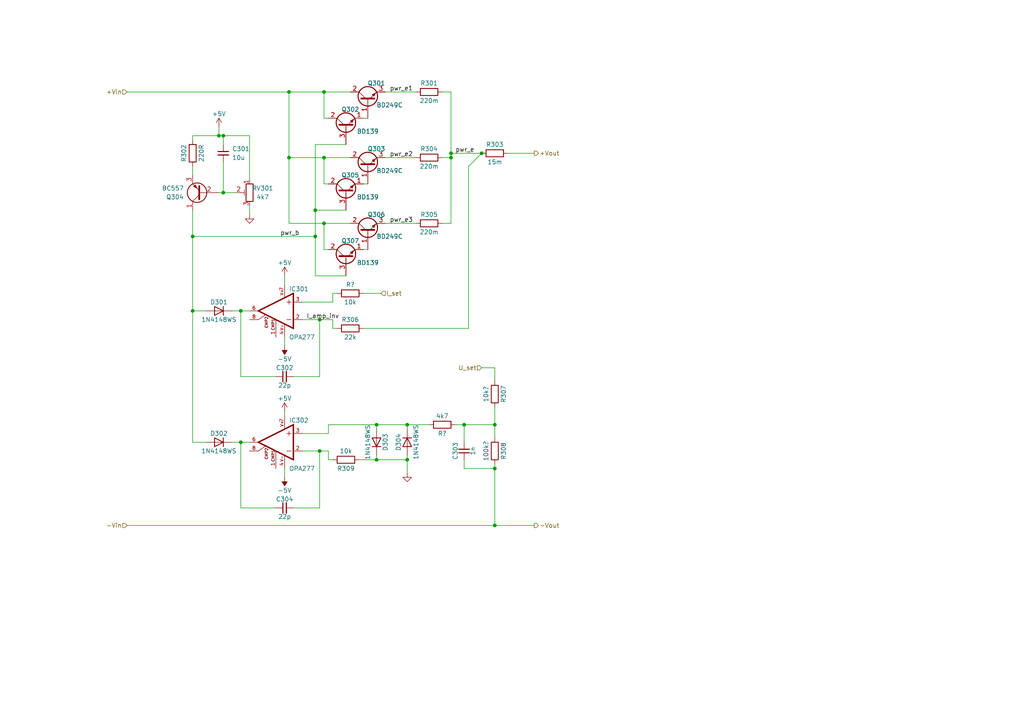
<source format=kicad_sch>
(kicad_sch (version 20211123) (generator eeschema)
  (paper "A4")
  (lib_symbols
    (symbol "Device:C_Small" (pin_numbers hide) (pin_names (offset 0.254) hide)
      (property "Reference" "C" (at 0.254 1.778 0))
      (property "Value" "C_Small" (at 0.254 -2.032 0))
      (symbol "C_Small_0_1"
        (polyline (pts (xy -1.524 -0.508) (xy 1.524 -0.508)) (stroke (width 0.3302)))
        (polyline (pts (xy -1.524 0.508) (xy 1.524 0.508)) (stroke (width 0.3048)))
      )
      (symbol "C_Small_1_1"
        (pin passive line (at 0 2.54 270) (length 2.032) (name "~") (number "1"))
        (pin passive line (at 0 -2.54 90) (length 2.032) (name "~") (number "2"))
      )
    )
    (symbol "Device:R" (pin_numbers hide) (pin_names (offset 0))
      (property "Reference" "R" (at 2.032 0 90))
      (property "Value" "R" (at 0 0 90))
      (symbol "R_0_1"
        (rectangle (start -1.016 -2.54) (end 1.016 2.54) (stroke (width 0.254)))
      )
      (symbol "R_1_1"
        (pin passive line (at 0 3.81 270) (length 1.27) (name "~") (number "1"))
        (pin passive line (at 0 -3.81 90) (length 1.27) (name "~") (number "2"))
      )
    )
    (symbol "Device:R_Potentiometer_Trim" (pin_names (offset 1.016) hide)
      (property "Reference" "RV" (at -4.445 0 90))
      (property "Value" "R_Potentiometer_Trim" (at -2.54 0 90))
      (symbol "R_Potentiometer_Trim_0_1"
        (polyline (pts (xy 1.524 0.762) (xy 1.524 -0.762)))
        (polyline (pts (xy 2.54 0) (xy 1.524 0)))
        (rectangle (start 1.016 2.54) (end -1.016 -2.54) (stroke (width 0.254)))
      )
      (symbol "R_Potentiometer_Trim_1_1"
        (pin passive line (at 0 3.81 270) (length 1.27) (name "1") (number "1"))
        (pin passive line (at 3.81 0 180) (length 1.27) (name "2") (number "2"))
        (pin passive line (at 0 -3.81 90) (length 1.27) (name "3") (number "3"))
      )
    )
    (symbol "Diode:1N4148WS" (pin_numbers hide) (pin_names hide)
      (property "Reference" "D" (at 0 2.54 0))
      (property "Value" "1N4148WS" (at 0 -2.54 0))
      (symbol "1N4148WS_0_1"
        (polyline (pts (xy -1.27 1.27) (xy -1.27 -1.27)) (stroke (width 0.254)))
        (polyline (pts (xy 1.27 0) (xy -1.27 0)))
        (polyline (pts (xy 1.27 1.27) (xy 1.27 -1.27) (xy -1.27 0) (xy 1.27 1.27)) (stroke (width 0.254)))
      )
      (symbol "1N4148WS_1_1"
        (pin passive line (at -3.81 0 0) (length 2.54) (name "K") (number "1"))
        (pin passive line (at 3.81 0 180) (length 2.54) (name "A") (number "2"))
      )
    )
    (symbol "OPA277:OPA277" (pin_names (offset 1.016))
      (property "Reference" "IC" (at 2.54 3.175 0))
      (property "Value" "OPA277" (at 2.54 -7.62 0))
      (symbol "OPA277_0_0"
        (polyline (pts (xy -5.08 -5.08) (xy 5.08 0)) (stroke (width 0.4064)))
        (polyline (pts (xy -5.08 5.08) (xy -5.08 -5.08)) (stroke (width 0.4064)))
        (polyline (pts (xy -4.445 -2.54) (xy -3.175 -2.54)) (stroke (width 0.1524)))
        (polyline (pts (xy -4.445 2.54) (xy -3.175 2.54)) (stroke (width 0.1524)))
        (polyline (pts (xy -3.81 3.175) (xy -3.81 1.905)) (stroke (width 0.1524)))
        (polyline (pts (xy -2.54 -3.8862) (xy -2.54 -5.08)) (stroke (width 0.1524)))
        (polyline (pts (xy -2.54 5.08) (xy -2.54 3.8862)) (stroke (width 0.1524)))
        (polyline (pts (xy 0 -2.6162) (xy 0 -5.08)) (stroke (width 0.1524)))
        (polyline (pts (xy 5.08 -2.54) (xy 3.0226 -1.1176)) (stroke (width 0.1524)))
        (polyline (pts (xy 5.08 0) (xy -5.08 5.08)) (stroke (width 0.4064)))
        (text "CMP1" (at 1.27 -5.715 900) (effects (font (size 0.8128 0.8128)) (justify left bottom)))
        (text "CMP2" (at 3.175 -5.08 900) (effects (font (size 0.8128 0.8128)) (justify left bottom)))
        (text "V+" (at -1.27 4.445 900) (effects (font (size 0.8128 0.8128)) (justify left bottom)))
        (text "V-" (at -1.27 -5.715 900) (effects (font (size 0.8128 0.8128)) (justify left bottom)))
        (pin passive line (at 0 -7.62 90) (length 2.54) (name "~") (number "1"))
        (pin input line (at -7.62 -2.54 0) (length 2.54) (name "~") (number "2"))
        (pin input line (at -7.62 2.54 0) (length 2.54) (name "~") (number "3"))
        (pin power_in line (at -2.54 -7.62 90) (length 2.54) (name "~") (number "4"))
        (pin output line (at 7.62 0 180) (length 2.54) (name "~") (number "6"))
        (pin power_in line (at -2.54 7.62 270) (length 2.54) (name "~") (number "7"))
        (pin passive line (at 7.62 -2.54 180) (length 2.54) (name "~") (number "8"))
      )
    )
    (symbol "Transistor_BJT:BC557" (pin_names (offset 0) hide)
      (property "Reference" "Q" (at 5.08 1.905 0))
      (property "Value" "BC557" (at 5.08 0 0))
      (symbol "BC557_0_1"
        (polyline (pts (xy 0.635 0.635) (xy 2.54 2.54)))
        (polyline (pts (xy 0.635 -0.635) (xy 2.54 -2.54) (xy 2.54 -2.54)))
        (polyline (pts (xy 0.635 1.905) (xy 0.635 -1.905) (xy 0.635 -1.905)) (stroke (width 0.508)))
        (polyline (pts (xy 2.286 -1.778) (xy 1.778 -2.286) (xy 1.27 -1.27) (xy 2.286 -1.778) (xy 2.286 -1.778)) (fill (type outline)))
        (circle (center 1.27 0) (radius 2.8194) (stroke (width 0.254)))
      )
      (symbol "BC557_1_1"
        (pin passive line (at 2.54 5.08 270) (length 2.54) (name "C") (number "1"))
        (pin input line (at -5.08 0 0) (length 5.715) (name "B") (number "2"))
        (pin passive line (at 2.54 -5.08 90) (length 2.54) (name "E") (number "3"))
      )
    )
    (symbol "Transistor_BJT:BD139" (pin_names (offset 0) hide)
      (property "Reference" "Q" (at 5.08 1.905 0))
      (property "Value" "BD139" (at 5.08 0 0))
      (symbol "BD139_0_1"
        (polyline (pts (xy 0 0) (xy 0.635 0)))
        (polyline (pts (xy 2.54 -2.54) (xy 0.635 -0.635)))
        (polyline (pts (xy 2.54 2.54) (xy 0.635 0.635)))
        (polyline (pts (xy 0.635 1.905) (xy 0.635 -1.905) (xy 0.635 -1.905)) (stroke (width 0.508)) (fill (type outline)))
        (polyline (pts (xy 1.2446 -1.778) (xy 1.7526 -1.27) (xy 2.286 -2.286) (xy 1.2446 -1.778) (xy 1.2446 -1.778)) (fill (type outline)))
        (circle (center 1.27 0) (radius 2.8194) (stroke (width 0.3048)))
      )
      (symbol "BD139_1_1"
        (pin passive line (at 2.54 -5.08 90) (length 2.54) (name "E") (number "1"))
        (pin passive line (at 2.54 5.08 270) (length 2.54) (name "C") (number "2"))
        (pin input line (at -5.08 0 0) (length 5.08) (name "B") (number "3"))
      )
    )
    (symbol "Transistor_BJT:BD249C" (pin_names (offset 0) hide)
      (property "Reference" "Q" (at 6.35 1.905 0))
      (property "Value" "BD249C" (at 6.35 0 0))
      (symbol "BD249C_0_1"
        (polyline (pts (xy 0 0) (xy 0.635 0)))
        (polyline (pts (xy 2.54 2.54) (xy 0.635 0.635)))
        (polyline (pts (xy 0.635 1.905) (xy 0.635 -1.905) (xy 0.635 -1.905)) (stroke (width 0.508)))
        (polyline (pts (xy 2.286 -2.286) (xy 1.778 -1.778) (xy 1.778 -1.778)))
        (polyline (pts (xy 2.54 -2.54) (xy 0.635 -0.635) (xy 1.27 -1.27)) (fill (type outline)))
        (polyline (pts (xy 1.27 -1.778) (xy 1.778 -1.27) (xy 2.286 -2.286) (xy 1.27 -1.778) (xy 1.27 -1.778)) (fill (type outline)))
        (circle (center 1.27 0) (radius 2.8194) (stroke (width 0.3048)))
      )
      (symbol "BD249C_1_1"
        (pin input line (at -5.08 0 0) (length 5.08) (name "B") (number "1"))
        (pin passive line (at 2.54 5.08 270) (length 2.54) (name "C") (number "2"))
        (pin passive line (at 2.54 -5.08 90) (length 2.54) (name "E") (number "3"))
      )
    )
    (symbol "power:+5V" (power) (pin_names (offset 0))
      (property "Value" "+5V" (at 0 3.556 0))
      (symbol "+5V_0_1"
        (polyline (pts (xy -0.762 1.27) (xy 0 2.54)))
        (polyline (pts (xy 0 0) (xy 0 2.54)))
        (polyline (pts (xy 0 2.54) (xy 0.762 1.27)))
      )
      (symbol "+5V_1_1"
        (pin power_in line (at 0 0 90) (length 0) hide (name "+5V") (number "1"))
      )
    )
    (symbol "power:-5V" (power) (pin_names (offset 0))
      (property "Value" "-5V" (at 0 3.81 0))
      (symbol "-5V_0_0"
        (pin power_in line (at 0 0 90) (length 0) hide (name "-5V") (number "1"))
      )
      (symbol "-5V_0_1"
        (polyline (pts (xy 0 0) (xy 0 1.27) (xy 0.762 1.27) (xy 0 2.54) (xy -0.762 1.27) (xy 0 1.27)) (fill (type outline)))
      )
    )
    (symbol "power:GND" (power) (pin_names (offset 0))
      (property "Value" "GND" (at 0 -3.81 0))
      (symbol "GND_0_1"
        (polyline (pts (xy 0 0) (xy 0 -1.27) (xy 1.27 -1.27) (xy 0 -2.54) (xy -1.27 -1.27) (xy 0 -1.27)))
      )
      (symbol "GND_1_1"
        (pin power_in line (at 0 0 270) (length 0) hide (name "GND") (number "1"))
      )
    )
  )
  (junction (at 92.71 130.81))
  (junction (at 69.85 128.27))
  (junction (at 83.82 45.72))
  (junction (at 83.82 26.67))
  (junction (at 118.11 123.19))
  (junction (at 143.51 123.19))
  (junction (at 64.77 39.37))
  (junction (at 130.81 45.72))
  (junction (at 109.22 123.19))
  (junction (at 64.77 55.88))
  (junction (at 93.98 64.77))
  (junction (at 55.88 90.17))
  (junction (at 63.5 39.37))
  (junction (at 91.44 68.58))
  (junction (at 93.98 45.72))
  (junction (at 69.85 90.17))
  (junction (at 143.51 152.4))
  (junction (at 93.98 26.67))
  (junction (at 134.62 123.19))
  (junction (at 55.88 68.58))
  (junction (at 92.71 92.71))
  (junction (at 130.81 44.45))
  (junction (at 91.44 60.96))
  (junction (at 139.7 44.45))
  (junction (at 118.11 133.35))
  (junction (at 143.51 135.89))
  (junction (at 109.22 133.35))
  (wire (pts (xy 134.62 123.19) (xy 134.62 128.27)))
  (wire (pts (xy 36.83 26.67) (xy 83.82 26.67)))
  (wire (pts (xy 118.11 132.08) (xy 118.11 133.35)))
  (wire (pts (xy 55.88 68.58) (xy 91.44 68.58)))
  (wire (pts (xy 92.71 109.22) (xy 92.71 92.71)))
  (wire (pts (xy 100.33 80.01) (xy 91.44 80.01)))
  (wire (pts (xy 64.77 46.99) (xy 64.77 55.88)))
  (wire (pts (xy 97.79 85.09) (xy 96.52 85.09)))
  (wire (pts (xy 128.27 64.77) (xy 130.81 64.77)))
  (wire (pts (xy 143.51 106.68) (xy 143.51 110.49)))
  (wire (pts (xy 134.62 135.89) (xy 143.51 135.89)))
  (wire (pts (xy 92.71 92.71) (xy 96.52 92.71)))
  (wire (pts (xy 72.39 39.37) (xy 72.39 52.07)))
  (wire (pts (xy 55.88 60.96) (xy 55.88 68.58)))
  (wire (pts (xy 143.51 134.62) (xy 143.51 135.89)))
  (wire (pts (xy 109.22 123.19) (xy 118.11 123.19)))
  (wire (pts (xy 93.98 64.77) (xy 83.82 64.77)))
  (wire (pts (xy 55.88 39.37) (xy 63.5 39.37)))
  (wire (pts (xy 92.71 147.32) (xy 92.71 130.81)))
  (wire (pts (xy 105.41 53.34) (xy 106.68 53.34)))
  (wire (pts (xy 93.98 64.77) (xy 101.6 64.77)))
  (wire (pts (xy 91.44 68.58) (xy 91.44 80.01)))
  (wire (pts (xy 69.85 128.27) (xy 72.39 128.27)))
  (wire (pts (xy 147.32 44.45) (xy 154.94 44.45)))
  (wire (pts (xy 69.85 109.22) (xy 69.85 90.17)))
  (wire (pts (xy 100.33 60.96) (xy 91.44 60.96)))
  (wire (pts (xy 91.44 60.96) (xy 91.44 68.58)))
  (wire (pts (xy 93.98 45.72) (xy 101.6 45.72)))
  (wire (pts (xy 64.77 55.88) (xy 68.58 55.88)))
  (wire (pts (xy 67.31 128.27) (xy 69.85 128.27)))
  (wire (pts (xy 93.98 26.67) (xy 93.98 34.29)))
  (wire (pts (xy 128.27 26.67) (xy 130.81 26.67)))
  (wire (pts (xy 59.69 90.17) (xy 55.88 90.17)))
  (wire (pts (xy 80.01 109.22) (xy 69.85 109.22)))
  (wire (pts (xy 135.89 48.26) (xy 135.89 95.25)))
  (wire (pts (xy 83.82 26.67) (xy 93.98 26.67)))
  (wire (pts (xy 130.81 26.67) (xy 130.81 44.45)))
  (wire (pts (xy 85.09 147.32) (xy 92.71 147.32)))
  (wire (pts (xy 72.39 62.23) (xy 72.39 59.69)))
  (wire (pts (xy 118.11 123.19) (xy 118.11 124.46)))
  (wire (pts (xy 63.5 55.88) (xy 64.77 55.88)))
  (wire (pts (xy 111.76 26.67) (xy 120.65 26.67)))
  (wire (pts (xy 55.88 40.64) (xy 55.88 39.37)))
  (wire (pts (xy 64.77 39.37) (xy 72.39 39.37)))
  (wire (pts (xy 105.41 34.29) (xy 106.68 34.29)))
  (wire (pts (xy 130.81 45.72) (xy 130.81 64.77)))
  (wire (pts (xy 143.51 152.4) (xy 36.83 152.4)))
  (wire (pts (xy 143.51 135.89) (xy 143.51 152.4)))
  (wire (pts (xy 69.85 147.32) (xy 69.85 128.27)))
  (wire (pts (xy 55.88 68.58) (xy 55.88 90.17)))
  (wire (pts (xy 93.98 34.29) (xy 95.25 34.29)))
  (wire (pts (xy 105.41 72.39) (xy 106.68 72.39)))
  (wire (pts (xy 134.62 133.35) (xy 134.62 135.89)))
  (wire (pts (xy 109.22 123.19) (xy 109.22 124.46)))
  (wire (pts (xy 55.88 48.26) (xy 55.88 50.8)))
  (wire (pts (xy 104.14 133.35) (xy 109.22 133.35)))
  (wire (pts (xy 87.63 125.73) (xy 95.25 125.73)))
  (wire (pts (xy 63.5 39.37) (xy 64.77 39.37)))
  (wire (pts (xy 95.25 133.35) (xy 96.52 133.35)))
  (wire (pts (xy 143.51 123.19) (xy 143.51 127)))
  (wire (pts (xy 93.98 64.77) (xy 93.98 72.39)))
  (wire (pts (xy 111.76 64.77) (xy 120.65 64.77)))
  (wire (pts (xy 93.98 53.34) (xy 95.25 53.34)))
  (wire (pts (xy 93.98 45.72) (xy 93.98 53.34)))
  (wire (pts (xy 83.82 45.72) (xy 93.98 45.72)))
  (wire (pts (xy 105.41 95.25) (xy 135.89 95.25)))
  (wire (pts (xy 91.44 41.91) (xy 91.44 60.96)))
  (wire (pts (xy 82.55 97.79) (xy 82.55 100.33)))
  (wire (pts (xy 92.71 130.81) (xy 95.25 130.81)))
  (wire (pts (xy 111.76 45.72) (xy 120.65 45.72)))
  (wire (pts (xy 96.52 87.63) (xy 87.63 87.63)))
  (wire (pts (xy 63.5 36.83) (xy 63.5 39.37)))
  (wire (pts (xy 97.79 95.25) (xy 96.52 95.25)))
  (wire (pts (xy 80.01 147.32) (xy 69.85 147.32)))
  (wire (pts (xy 105.41 85.09) (xy 110.49 85.09)))
  (wire (pts (xy 67.31 90.17) (xy 69.85 90.17)))
  (wire (pts (xy 82.55 80.01) (xy 82.55 82.55)))
  (wire (pts (xy 154.94 152.4) (xy 143.51 152.4)))
  (wire (pts (xy 118.11 133.35) (xy 118.11 137.16)))
  (wire (pts (xy 134.62 123.19) (xy 143.51 123.19)))
  (wire (pts (xy 139.7 106.68) (xy 143.51 106.68)))
  (wire (pts (xy 82.55 119.38) (xy 82.55 120.65)))
  (wire (pts (xy 100.33 41.91) (xy 91.44 41.91)))
  (wire (pts (xy 130.81 44.45) (xy 139.7 44.45)))
  (wire (pts (xy 69.85 90.17) (xy 72.39 90.17)))
  (wire (pts (xy 83.82 26.67) (xy 83.82 45.72)))
  (wire (pts (xy 55.88 90.17) (xy 55.88 128.27)))
  (wire (pts (xy 139.7 44.45) (xy 135.89 48.26)))
  (wire (pts (xy 87.63 130.81) (xy 92.71 130.81)))
  (wire (pts (xy 118.11 123.19) (xy 124.46 123.19)))
  (wire (pts (xy 96.52 95.25) (xy 96.52 92.71)))
  (wire (pts (xy 93.98 26.67) (xy 101.6 26.67)))
  (wire (pts (xy 85.09 109.22) (xy 92.71 109.22)))
  (wire (pts (xy 83.82 45.72) (xy 83.82 64.77)))
  (wire (pts (xy 64.77 39.37) (xy 64.77 41.91)))
  (wire (pts (xy 132.08 123.19) (xy 134.62 123.19)))
  (wire (pts (xy 95.25 130.81) (xy 95.25 133.35)))
  (wire (pts (xy 92.71 92.71) (xy 87.63 92.71)))
  (wire (pts (xy 128.27 45.72) (xy 130.81 45.72)))
  (wire (pts (xy 95.25 125.73) (xy 95.25 123.19)))
  (wire (pts (xy 109.22 132.08) (xy 109.22 133.35)))
  (wire (pts (xy 55.88 128.27) (xy 59.69 128.27)))
  (wire (pts (xy 96.52 85.09) (xy 96.52 87.63)))
  (wire (pts (xy 130.81 44.45) (xy 130.81 45.72)))
  (wire (pts (xy 143.51 118.11) (xy 143.51 123.19)))
  (wire (pts (xy 82.55 135.89) (xy 82.55 138.43)))
  (wire (pts (xy 95.25 123.19) (xy 109.22 123.19)))
  (wire (pts (xy 109.22 133.35) (xy 118.11 133.35)))
  (wire (pts (xy 93.98 72.39) (xy 95.25 72.39)))
  (label "pwr_e2" (at 113.03 45.72 0))
  (label "pwr_e" (at 132.08 44.45 0))
  (label "pwr_b" (at 81.28 68.58 0))
  (label "pwr_e3" (at 113.03 64.77 0))
  (label "I_amp_inv" (at 88.9 92.71 0))
  (label "pwr_e1" (at 113.03 26.67 0))
  (hierarchical_label "+Vout" (shape output) (at 154.94 44.45 0))
  (hierarchical_label "+Vin" (shape input) (at 36.83 26.67 180))
  (hierarchical_label "I_set" (shape input) (at 110.49 85.09 0))
  (hierarchical_label "-Vout" (shape output) (at 154.94 152.4 0))
  (hierarchical_label "U_set" (shape input) (at 139.7 106.68 180))
  (hierarchical_label "-Vin" (shape input) (at 36.83 152.4 180))
  (symbol (lib_id "Device:C_Small") (at 64.77 44.45 0) (unit 1)
    (property "Reference" "C301" (at 67.31 43.1862 0) (effects (justify left)))
    (property "Value" "10u" (at 67.31 45.7262 0) (effects (justify left)))
    (property "Footprint" "Resistor_SMD:R_0603_1608Metric" (effects hide))
  )
  (symbol (lib_id "Diode:1N4148WS") (at 63.5 90.17 180) (unit 1)
    (property "Reference" "D301" (at 63.5 87.63 0))
    (property "Value" "1N4148WS" (at 63.5 92.71 0))
    (property "Footprint" "Diode_SMD:D_SOD-323" (effects hide))
    (property "Datasheet" "https://www.vishay.com/docs/85751/1n4148ws.pdf" (effects hide))
  )
  (symbol (lib_id "Device:C_Small") (at 134.62 130.81 180) (unit 1)
    (property "Reference" "C303" (at 132.08 130.81 90))
    (property "Value" "1n" (at 137.16 130.81 90))
    (property "Footprint" "Capacitor_SMD:C_0603_1608Metric" (effects hide))
  )
  (symbol (lib_id "Transistor_BJT:BC557") (at 58.42 55.88 180) (unit 1)
    (property "Reference" "Q304" (at 53.34 57.1501 0) (effects (justify left)))
    (property "Value" "BC557" (at 53.34 54.6101 0) (effects (justify left)))
    (property "Footprint" "Package_TO_SOT_SMD:SOT-23" (effects hide))
    (property "Datasheet" "https://www.onsemi.com/pub/Collateral/BC556BTA-D.pdf" (effects hide))
  )
  (symbol (lib_id "power:-5V") (at 82.55 100.33 180) (unit 1)
    (property "Reference" "#PWR0306" (effects hide))
    (property "Value" "-5V" (at 82.55 104.14 0))
  )
  (symbol (lib_id "Transistor_BJT:BD139") (at 100.33 36.83 90) (unit 1)
    (property "Reference" "Q302" (at 101.6 31.75 90))
    (property "Value" "BD139" (at 106.68 38.1 90))
    (property "Footprint" "Package_TO_SOT_THT:TO-126-3_Horizontal_TabUp" (effects hide))
    (property "Datasheet" "http://www.st.com/internet/com/TECHNICAL_RESOURCES/TECHNICAL_LITERATURE/DATASHEET/CD00001225.pdf" (effects hide))
  )
  (symbol (lib_id "Device:R") (at 143.51 114.3 0) (unit 1)
    (property "Reference" "R307" (at 146.05 114.3 90))
    (property "Value" "10k?" (at 140.97 114.3 90))
    (property "Footprint" "Resistor_SMD:R_0603_1608Metric" (effects hide))
  )
  (symbol (lib_id "Device:R") (at 124.46 64.77 90) (unit 1)
    (property "Reference" "R305" (at 124.46 62.23 90))
    (property "Value" "220m" (at 124.46 67.31 90))
    (property "Footprint" "Resistor_THT:R_Axial_DIN0414_L11.9mm_D4.5mm_P15.24mm_Horizontal" (effects hide))
  )
  (symbol (lib_id "Device:R") (at 101.6 85.09 270) (unit 1)
    (property "Reference" "R?" (at 101.6 82.55 90))
    (property "Value" "10k" (at 101.6 87.63 90))
    (property "Footprint" "Resistor_SMD:R_0603_1608Metric" (effects hide))
  )
  (symbol (lib_id "Device:R") (at 124.46 26.67 90) (unit 1)
    (property "Reference" "R301" (at 124.46 24.13 90))
    (property "Value" "220m" (at 124.46 29.21 90))
    (property "Footprint" "Resistor_THT:R_Axial_DIN0414_L11.9mm_D4.5mm_P15.24mm_Horizontal" (effects hide))
  )
  (symbol (lib_id "Device:R") (at 101.6 95.25 270) (unit 1)
    (property "Reference" "R306" (at 101.6 92.71 90))
    (property "Value" "22k" (at 101.6 97.79 90))
    (property "Footprint" "Resistor_SMD:R_0603_1608Metric" (effects hide))
  )
  (symbol (lib_id "Device:R") (at 100.33 133.35 270) (unit 1)
    (property "Reference" "R309" (at 100.33 135.89 90))
    (property "Value" "10k" (at 100.33 130.81 90))
    (property "Footprint" "Resistor_SMD:R_0603_1608Metric" (effects hide))
  )
  (symbol (lib_id "OPA277:OPA277") (at 80.01 90.17 0) (mirror y) (unit 1)
    (property "Reference" "IC301" (at 83.82 83.82 0) (effects (justify right)))
    (property "Value" "OPA277" (at 83.82 97.79 0) (effects (justify right)))
    (property "Footprint" "OPA277:SO08" (effects hide))
    (property "MF" "Texas Instruments" (effects hide))
    (property "Description" "Op Amp Single Low Offset Voltage Amplifier ±18V 8-Pin" (effects hide))
    (property "MP" "OPA277" (effects hide))
  )
  (symbol (lib_id "Transistor_BJT:BD139") (at 100.33 55.88 90) (unit 1)
    (property "Reference" "Q305" (at 101.6 50.8 90))
    (property "Value" "BD139" (at 106.68 57.15 90))
    (property "Footprint" "Package_TO_SOT_THT:TO-126-3_Horizontal_TabUp" (effects hide))
    (property "Datasheet" "http://www.st.com/internet/com/TECHNICAL_RESOURCES/TECHNICAL_LITERATURE/DATASHEET/CD00001225.pdf" (effects hide))
  )
  (symbol (lib_id "power:-5V") (at 82.55 138.43 180) (unit 1)
    (property "Reference" "#PWR0310" (effects hide))
    (property "Value" "-5V" (at 82.55 142.24 0))
  )
  (symbol (lib_id "power:GND") (at 118.11 137.16 0) (unit 1)
    (property "Reference" "#PWR0308" (effects hide))
    (property "Value" "GND" (effects hide))
  )
  (symbol (lib_id "Device:R") (at 143.51 130.81 0) (unit 1)
    (property "Reference" "R308" (at 146.05 130.81 90))
    (property "Value" "100k?" (at 140.97 130.81 90))
    (property "Footprint" "Resistor_SMD:R_0603_1608Metric" (effects hide))
  )
  (symbol (lib_id "Device:R") (at 128.27 123.19 270) (unit 1)
    (property "Reference" "R?" (at 128.27 125.73 90))
    (property "Value" "4k7" (at 128.27 120.65 90))
    (property "Footprint" "Resistor_SMD:R_0603_1608Metric" (effects hide))
  )
  (symbol (lib_id "power:+5V") (at 63.5 36.83 0) (unit 1)
    (property "Reference" "#PWR0302" (effects hide))
    (property "Value" "+5V" (at 63.5 33.02 0))
  )
  (symbol (lib_id "OPA277:OPA277") (at 80.01 128.27 0) (mirror y) (unit 1)
    (property "Reference" "IC302" (at 83.82 121.92 0) (effects (justify right)))
    (property "Value" "OPA277" (at 83.82 135.89 0) (effects (justify right)))
    (property "Footprint" "OPA277:SO08" (effects hide))
    (property "MF" "Texas Instruments" (effects hide))
    (property "Description" "Op Amp Single Low Offset Voltage Amplifier ±18V 8-Pin" (effects hide))
    (property "MP" "OPA277" (effects hide))
  )
  (symbol (lib_id "Transistor_BJT:BD249C") (at 106.68 29.21 90) (unit 1)
    (property "Reference" "Q301" (at 111.76 24.13 90) (effects (justify left)))
    (property "Value" "BD249C" (at 116.84 30.48 90) (effects (justify left)))
    (property "Footprint" "Package_TO_SOT_THT:TO-247-3_Horizontal_TabUp" (effects hide))
    (property "Datasheet" "http://www.mospec.com.tw/pdf/power/BD249.pdf" (effects hide))
  )
  (symbol (lib_id "Diode:1N4148WS") (at 63.5 128.27 180) (unit 1)
    (property "Reference" "D302" (at 63.5 125.73 0))
    (property "Value" "1N4148WS" (at 63.5 130.81 0))
    (property "Footprint" "Diode_SMD:D_SOD-323" (effects hide))
    (property "Datasheet" "https://www.vishay.com/docs/85751/1n4148ws.pdf" (effects hide))
  )
  (symbol (lib_id "Device:R_Potentiometer_Trim") (at 72.39 55.88 0) (mirror y) (unit 1)
    (property "Reference" "RV301" (at 76.2 54.61 0))
    (property "Value" "4k7" (at 76.2 57.15 0))
    (property "Footprint" "Potentiometer_THT:Potentiometer_Vishay_T73YP_Vertical" (effects hide))
  )
  (symbol (lib_id "Transistor_BJT:BD249C") (at 106.68 48.26 90) (unit 1)
    (property "Reference" "Q303" (at 111.76 43.18 90) (effects (justify left)))
    (property "Value" "BD249C" (at 116.84 49.53 90) (effects (justify left)))
    (property "Footprint" "Package_TO_SOT_THT:TO-247-3_Horizontal_TabUp" (effects hide))
    (property "Datasheet" "http://www.mospec.com.tw/pdf/power/BD249.pdf" (effects hide))
  )
  (symbol (lib_id "Device:C_Small") (at 82.55 109.22 90) (unit 1)
    (property "Reference" "C302" (at 82.55 106.68 90))
    (property "Value" "22p" (at 82.55 111.76 90))
    (property "Footprint" "Resistor_SMD:R_0603_1608Metric" (effects hide))
  )
  (symbol (lib_id "power:GND") (at 72.39 62.23 0) (unit 1)
    (property "Reference" "#PWR0304" (effects hide))
    (property "Value" "GND" (effects hide))
  )
  (symbol (lib_id "Device:R") (at 55.88 44.45 180) (unit 1)
    (property "Reference" "R302" (at 53.34 44.45 90))
    (property "Value" "220R" (at 58.42 44.45 90))
    (property "Footprint" "Resistor_SMD:R_0603_1608Metric" (effects hide))
  )
  (symbol (lib_id "Transistor_BJT:BD139") (at 100.33 74.93 90) (unit 1)
    (property "Reference" "Q307" (at 101.6 69.85 90))
    (property "Value" "BD139" (at 106.68 76.2 90))
    (property "Footprint" "Package_TO_SOT_THT:TO-126-3_Horizontal_TabUp" (effects hide))
    (property "Datasheet" "http://www.st.com/internet/com/TECHNICAL_RESOURCES/TECHNICAL_LITERATURE/DATASHEET/CD00001225.pdf" (effects hide))
  )
  (symbol (lib_id "power:+5V") (at 82.55 119.38 0) (unit 1)
    (property "Reference" "#PWR0307" (effects hide))
    (property "Value" "+5V" (at 82.55 115.57 0))
  )
  (symbol (lib_id "power:+5V") (at 82.55 80.01 0) (unit 1)
    (property "Reference" "#PWR0305" (effects hide))
    (property "Value" "+5V" (at 82.55 76.2 0))
  )
  (symbol (lib_id "Device:R") (at 143.51 44.45 90) (unit 1)
    (property "Reference" "R303" (at 143.51 41.91 90))
    (property "Value" "15m" (at 143.51 46.99 90))
    (property "Footprint" "Resistor_SMD:R_2512_6332Metric" (effects hide))
    (property "Datasheet" "https://www.tme.eu/Document/e533e0790fbee92176cef9c240f9080f/LRP%20REV.A3-160715.pdf" (effects hide))
    (property "MPN" "LRP12FTDRR015" (effects hide))
    (property "TCR" "50ppm/C" (effects hide))
    (property "Tolerance" "1%" (effects hide))
    (property "Power rating" "3W" (effects hide))
  )
  (symbol (lib_id "Transistor_BJT:BD249C") (at 106.68 67.31 90) (unit 1)
    (property "Reference" "Q306" (at 111.76 62.23 90) (effects (justify left)))
    (property "Value" "BD249C" (at 116.84 68.58 90) (effects (justify left)))
    (property "Footprint" "Package_TO_SOT_THT:TO-247-3_Horizontal_TabUp" (effects hide))
    (property "Datasheet" "http://www.mospec.com.tw/pdf/power/BD249.pdf" (effects hide))
  )
  (symbol (lib_id "Diode:1N4148WS") (at 118.11 128.27 270) (unit 1)
    (property "Reference" "D304" (at 115.57 128.27 0))
    (property "Value" "1N4148WS" (at 120.65 128.27 0))
    (property "Footprint" "Diode_SMD:D_SOD-323" (effects hide))
    (property "Datasheet" "https://www.vishay.com/docs/85751/1n4148ws.pdf" (effects hide))
  )
  (symbol (lib_id "Diode:1N4148WS") (at 109.22 128.27 90) (unit 1)
    (property "Reference" "D303" (at 111.76 128.27 0))
    (property "Value" "1N4148WS" (at 106.68 128.27 0))
    (property "Footprint" "Diode_SMD:D_SOD-323" (effects hide))
    (property "Datasheet" "https://www.vishay.com/docs/85751/1n4148ws.pdf" (effects hide))
  )
  (symbol (lib_id "Device:C_Small") (at 82.55 147.32 90) (unit 1)
    (property "Reference" "C304" (at 82.55 144.78 90))
    (property "Value" "22p" (at 82.55 149.86 90))
    (property "Footprint" "Resistor_SMD:R_0603_1608Metric" (effects hide))
  )
  (symbol (lib_id "Device:R") (at 124.46 45.72 90) (unit 1)
    (property "Reference" "R304" (at 124.46 43.18 90))
    (property "Value" "220m" (at 124.46 48.26 90))
    (property "Footprint" "Resistor_THT:R_Axial_DIN0414_L11.9mm_D4.5mm_P15.24mm_Horizontal" (effects hide))
  )
)
</source>
